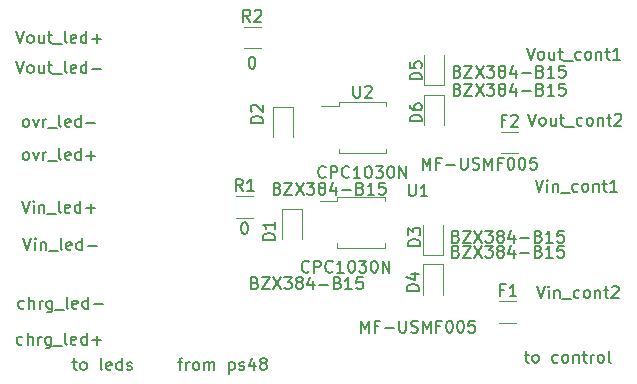
<source format=gto>
%TF.GenerationSoftware,KiCad,Pcbnew,(6.0.0)*%
%TF.CreationDate,2022-01-10T14:57:04+03:00*%
%TF.ProjectId,ModuleControl,4d6f6475-6c65-4436-9f6e-74726f6c2e6b,rev?*%
%TF.SameCoordinates,Original*%
%TF.FileFunction,Legend,Top*%
%TF.FilePolarity,Positive*%
%FSLAX46Y46*%
G04 Gerber Fmt 4.6, Leading zero omitted, Abs format (unit mm)*
G04 Created by KiCad (PCBNEW (6.0.0)) date 2022-01-10 14:57:04*
%MOMM*%
%LPD*%
G01*
G04 APERTURE LIST*
%ADD10C,0.150000*%
%ADD11C,0.120000*%
G04 APERTURE END LIST*
D10*
X165112333Y-89066714D02*
X165493285Y-89066714D01*
X165255190Y-88733380D02*
X165255190Y-89590523D01*
X165302809Y-89685761D01*
X165398047Y-89733380D01*
X165493285Y-89733380D01*
X165969476Y-89733380D02*
X165874238Y-89685761D01*
X165826619Y-89638142D01*
X165779000Y-89542904D01*
X165779000Y-89257190D01*
X165826619Y-89161952D01*
X165874238Y-89114333D01*
X165969476Y-89066714D01*
X166112333Y-89066714D01*
X166207571Y-89114333D01*
X166255190Y-89161952D01*
X166302809Y-89257190D01*
X166302809Y-89542904D01*
X166255190Y-89638142D01*
X166207571Y-89685761D01*
X166112333Y-89733380D01*
X165969476Y-89733380D01*
X167921857Y-89685761D02*
X167826619Y-89733380D01*
X167636142Y-89733380D01*
X167540904Y-89685761D01*
X167493285Y-89638142D01*
X167445666Y-89542904D01*
X167445666Y-89257190D01*
X167493285Y-89161952D01*
X167540904Y-89114333D01*
X167636142Y-89066714D01*
X167826619Y-89066714D01*
X167921857Y-89114333D01*
X168493285Y-89733380D02*
X168398047Y-89685761D01*
X168350428Y-89638142D01*
X168302809Y-89542904D01*
X168302809Y-89257190D01*
X168350428Y-89161952D01*
X168398047Y-89114333D01*
X168493285Y-89066714D01*
X168636142Y-89066714D01*
X168731380Y-89114333D01*
X168779000Y-89161952D01*
X168826619Y-89257190D01*
X168826619Y-89542904D01*
X168779000Y-89638142D01*
X168731380Y-89685761D01*
X168636142Y-89733380D01*
X168493285Y-89733380D01*
X169255190Y-89066714D02*
X169255190Y-89733380D01*
X169255190Y-89161952D02*
X169302809Y-89114333D01*
X169398047Y-89066714D01*
X169540904Y-89066714D01*
X169636142Y-89114333D01*
X169683761Y-89209571D01*
X169683761Y-89733380D01*
X170017095Y-89066714D02*
X170398047Y-89066714D01*
X170159952Y-88733380D02*
X170159952Y-89590523D01*
X170207571Y-89685761D01*
X170302809Y-89733380D01*
X170398047Y-89733380D01*
X170731380Y-89733380D02*
X170731380Y-89066714D01*
X170731380Y-89257190D02*
X170779000Y-89161952D01*
X170826619Y-89114333D01*
X170921857Y-89066714D01*
X171017095Y-89066714D01*
X171493285Y-89733380D02*
X171398047Y-89685761D01*
X171350428Y-89638142D01*
X171302809Y-89542904D01*
X171302809Y-89257190D01*
X171350428Y-89161952D01*
X171398047Y-89114333D01*
X171493285Y-89066714D01*
X171636142Y-89066714D01*
X171731380Y-89114333D01*
X171779000Y-89161952D01*
X171826619Y-89257190D01*
X171826619Y-89542904D01*
X171779000Y-89638142D01*
X171731380Y-89685761D01*
X171636142Y-89733380D01*
X171493285Y-89733380D01*
X172398047Y-89733380D02*
X172302809Y-89685761D01*
X172255190Y-89590523D01*
X172255190Y-88733380D01*
X135759476Y-89701714D02*
X136140428Y-89701714D01*
X135902333Y-90368380D02*
X135902333Y-89511238D01*
X135949952Y-89416000D01*
X136045190Y-89368380D01*
X136140428Y-89368380D01*
X136473761Y-90368380D02*
X136473761Y-89701714D01*
X136473761Y-89892190D02*
X136521380Y-89796952D01*
X136569000Y-89749333D01*
X136664238Y-89701714D01*
X136759476Y-89701714D01*
X137235666Y-90368380D02*
X137140428Y-90320761D01*
X137092809Y-90273142D01*
X137045190Y-90177904D01*
X137045190Y-89892190D01*
X137092809Y-89796952D01*
X137140428Y-89749333D01*
X137235666Y-89701714D01*
X137378523Y-89701714D01*
X137473761Y-89749333D01*
X137521380Y-89796952D01*
X137569000Y-89892190D01*
X137569000Y-90177904D01*
X137521380Y-90273142D01*
X137473761Y-90320761D01*
X137378523Y-90368380D01*
X137235666Y-90368380D01*
X137997571Y-90368380D02*
X137997571Y-89701714D01*
X137997571Y-89796952D02*
X138045190Y-89749333D01*
X138140428Y-89701714D01*
X138283285Y-89701714D01*
X138378523Y-89749333D01*
X138426142Y-89844571D01*
X138426142Y-90368380D01*
X138426142Y-89844571D02*
X138473761Y-89749333D01*
X138569000Y-89701714D01*
X138711857Y-89701714D01*
X138807095Y-89749333D01*
X138854714Y-89844571D01*
X138854714Y-90368380D01*
X140092809Y-89701714D02*
X140092809Y-90701714D01*
X140092809Y-89749333D02*
X140188047Y-89701714D01*
X140378523Y-89701714D01*
X140473761Y-89749333D01*
X140521380Y-89796952D01*
X140569000Y-89892190D01*
X140569000Y-90177904D01*
X140521380Y-90273142D01*
X140473761Y-90320761D01*
X140378523Y-90368380D01*
X140188047Y-90368380D01*
X140092809Y-90320761D01*
X140949952Y-90320761D02*
X141045190Y-90368380D01*
X141235666Y-90368380D01*
X141330904Y-90320761D01*
X141378523Y-90225523D01*
X141378523Y-90177904D01*
X141330904Y-90082666D01*
X141235666Y-90035047D01*
X141092809Y-90035047D01*
X140997571Y-89987428D01*
X140949952Y-89892190D01*
X140949952Y-89844571D01*
X140997571Y-89749333D01*
X141092809Y-89701714D01*
X141235666Y-89701714D01*
X141330904Y-89749333D01*
X142235666Y-89701714D02*
X142235666Y-90368380D01*
X141997571Y-89320761D02*
X141759476Y-90035047D01*
X142378523Y-90035047D01*
X142902333Y-89796952D02*
X142807095Y-89749333D01*
X142759476Y-89701714D01*
X142711857Y-89606476D01*
X142711857Y-89558857D01*
X142759476Y-89463619D01*
X142807095Y-89416000D01*
X142902333Y-89368380D01*
X143092809Y-89368380D01*
X143188047Y-89416000D01*
X143235666Y-89463619D01*
X143283285Y-89558857D01*
X143283285Y-89606476D01*
X143235666Y-89701714D01*
X143188047Y-89749333D01*
X143092809Y-89796952D01*
X142902333Y-89796952D01*
X142807095Y-89844571D01*
X142759476Y-89892190D01*
X142711857Y-89987428D01*
X142711857Y-90177904D01*
X142759476Y-90273142D01*
X142807095Y-90320761D01*
X142902333Y-90368380D01*
X143092809Y-90368380D01*
X143188047Y-90320761D01*
X143235666Y-90273142D01*
X143283285Y-90177904D01*
X143283285Y-89987428D01*
X143235666Y-89892190D01*
X143188047Y-89844571D01*
X143092809Y-89796952D01*
X126837571Y-89701714D02*
X127218523Y-89701714D01*
X126980428Y-89368380D02*
X126980428Y-90225523D01*
X127028047Y-90320761D01*
X127123285Y-90368380D01*
X127218523Y-90368380D01*
X127694714Y-90368380D02*
X127599476Y-90320761D01*
X127551857Y-90273142D01*
X127504238Y-90177904D01*
X127504238Y-89892190D01*
X127551857Y-89796952D01*
X127599476Y-89749333D01*
X127694714Y-89701714D01*
X127837571Y-89701714D01*
X127932809Y-89749333D01*
X127980428Y-89796952D01*
X128028047Y-89892190D01*
X128028047Y-90177904D01*
X127980428Y-90273142D01*
X127932809Y-90320761D01*
X127837571Y-90368380D01*
X127694714Y-90368380D01*
X129361380Y-90368380D02*
X129266142Y-90320761D01*
X129218523Y-90225523D01*
X129218523Y-89368380D01*
X130123285Y-90320761D02*
X130028047Y-90368380D01*
X129837571Y-90368380D01*
X129742333Y-90320761D01*
X129694714Y-90225523D01*
X129694714Y-89844571D01*
X129742333Y-89749333D01*
X129837571Y-89701714D01*
X130028047Y-89701714D01*
X130123285Y-89749333D01*
X130170904Y-89844571D01*
X130170904Y-89939809D01*
X129694714Y-90035047D01*
X131028047Y-90368380D02*
X131028047Y-89368380D01*
X131028047Y-90320761D02*
X130932809Y-90368380D01*
X130742333Y-90368380D01*
X130647095Y-90320761D01*
X130599476Y-90273142D01*
X130551857Y-90177904D01*
X130551857Y-89892190D01*
X130599476Y-89796952D01*
X130647095Y-89749333D01*
X130742333Y-89701714D01*
X130932809Y-89701714D01*
X131028047Y-89749333D01*
X131456619Y-90320761D02*
X131551857Y-90368380D01*
X131742333Y-90368380D01*
X131837571Y-90320761D01*
X131885190Y-90225523D01*
X131885190Y-90177904D01*
X131837571Y-90082666D01*
X131742333Y-90035047D01*
X131599476Y-90035047D01*
X131504238Y-89987428D01*
X131456619Y-89892190D01*
X131456619Y-89844571D01*
X131504238Y-89749333D01*
X131599476Y-89701714D01*
X131742333Y-89701714D01*
X131837571Y-89749333D01*
%TO.C,D2*%
X142946380Y-69445095D02*
X141946380Y-69445095D01*
X141946380Y-69207000D01*
X141994000Y-69064142D01*
X142089238Y-68968904D01*
X142184476Y-68921285D01*
X142374952Y-68873666D01*
X142517809Y-68873666D01*
X142708285Y-68921285D01*
X142803523Y-68968904D01*
X142898761Y-69064142D01*
X142946380Y-69207000D01*
X142946380Y-69445095D01*
X142041619Y-68492714D02*
X141994000Y-68445095D01*
X141946380Y-68349857D01*
X141946380Y-68111761D01*
X141994000Y-68016523D01*
X142041619Y-67968904D01*
X142136857Y-67921285D01*
X142232095Y-67921285D01*
X142374952Y-67968904D01*
X142946380Y-68540333D01*
X142946380Y-67921285D01*
X144209047Y-74985571D02*
X144351904Y-75033190D01*
X144399523Y-75080809D01*
X144447142Y-75176047D01*
X144447142Y-75318904D01*
X144399523Y-75414142D01*
X144351904Y-75461761D01*
X144256666Y-75509380D01*
X143875714Y-75509380D01*
X143875714Y-74509380D01*
X144209047Y-74509380D01*
X144304285Y-74557000D01*
X144351904Y-74604619D01*
X144399523Y-74699857D01*
X144399523Y-74795095D01*
X144351904Y-74890333D01*
X144304285Y-74937952D01*
X144209047Y-74985571D01*
X143875714Y-74985571D01*
X144780476Y-74509380D02*
X145447142Y-74509380D01*
X144780476Y-75509380D01*
X145447142Y-75509380D01*
X145732857Y-74509380D02*
X146399523Y-75509380D01*
X146399523Y-74509380D02*
X145732857Y-75509380D01*
X146685238Y-74509380D02*
X147304285Y-74509380D01*
X146970952Y-74890333D01*
X147113809Y-74890333D01*
X147209047Y-74937952D01*
X147256666Y-74985571D01*
X147304285Y-75080809D01*
X147304285Y-75318904D01*
X147256666Y-75414142D01*
X147209047Y-75461761D01*
X147113809Y-75509380D01*
X146828095Y-75509380D01*
X146732857Y-75461761D01*
X146685238Y-75414142D01*
X147875714Y-74937952D02*
X147780476Y-74890333D01*
X147732857Y-74842714D01*
X147685238Y-74747476D01*
X147685238Y-74699857D01*
X147732857Y-74604619D01*
X147780476Y-74557000D01*
X147875714Y-74509380D01*
X148066190Y-74509380D01*
X148161428Y-74557000D01*
X148209047Y-74604619D01*
X148256666Y-74699857D01*
X148256666Y-74747476D01*
X148209047Y-74842714D01*
X148161428Y-74890333D01*
X148066190Y-74937952D01*
X147875714Y-74937952D01*
X147780476Y-74985571D01*
X147732857Y-75033190D01*
X147685238Y-75128428D01*
X147685238Y-75318904D01*
X147732857Y-75414142D01*
X147780476Y-75461761D01*
X147875714Y-75509380D01*
X148066190Y-75509380D01*
X148161428Y-75461761D01*
X148209047Y-75414142D01*
X148256666Y-75318904D01*
X148256666Y-75128428D01*
X148209047Y-75033190D01*
X148161428Y-74985571D01*
X148066190Y-74937952D01*
X149113809Y-74842714D02*
X149113809Y-75509380D01*
X148875714Y-74461761D02*
X148637619Y-75176047D01*
X149256666Y-75176047D01*
X149637619Y-75128428D02*
X150399523Y-75128428D01*
X151209047Y-74985571D02*
X151351904Y-75033190D01*
X151399523Y-75080809D01*
X151447142Y-75176047D01*
X151447142Y-75318904D01*
X151399523Y-75414142D01*
X151351904Y-75461761D01*
X151256666Y-75509380D01*
X150875714Y-75509380D01*
X150875714Y-74509380D01*
X151209047Y-74509380D01*
X151304285Y-74557000D01*
X151351904Y-74604619D01*
X151399523Y-74699857D01*
X151399523Y-74795095D01*
X151351904Y-74890333D01*
X151304285Y-74937952D01*
X151209047Y-74985571D01*
X150875714Y-74985571D01*
X152399523Y-75509380D02*
X151828095Y-75509380D01*
X152113809Y-75509380D02*
X152113809Y-74509380D01*
X152018571Y-74652238D01*
X151923333Y-74747476D01*
X151828095Y-74795095D01*
X153304285Y-74509380D02*
X152828095Y-74509380D01*
X152780476Y-74985571D01*
X152828095Y-74937952D01*
X152923333Y-74890333D01*
X153161428Y-74890333D01*
X153256666Y-74937952D01*
X153304285Y-74985571D01*
X153351904Y-75080809D01*
X153351904Y-75318904D01*
X153304285Y-75414142D01*
X153256666Y-75461761D01*
X153161428Y-75509380D01*
X152923333Y-75509380D01*
X152828095Y-75461761D01*
X152780476Y-75414142D01*
%TO.C,D1*%
X143962380Y-79351095D02*
X142962380Y-79351095D01*
X142962380Y-79113000D01*
X143010000Y-78970142D01*
X143105238Y-78874904D01*
X143200476Y-78827285D01*
X143390952Y-78779666D01*
X143533809Y-78779666D01*
X143724285Y-78827285D01*
X143819523Y-78874904D01*
X143914761Y-78970142D01*
X143962380Y-79113000D01*
X143962380Y-79351095D01*
X143962380Y-77827285D02*
X143962380Y-78398714D01*
X143962380Y-78113000D02*
X142962380Y-78113000D01*
X143105238Y-78208238D01*
X143200476Y-78303476D01*
X143248095Y-78398714D01*
X142300047Y-82986571D02*
X142442904Y-83034190D01*
X142490523Y-83081809D01*
X142538142Y-83177047D01*
X142538142Y-83319904D01*
X142490523Y-83415142D01*
X142442904Y-83462761D01*
X142347666Y-83510380D01*
X141966714Y-83510380D01*
X141966714Y-82510380D01*
X142300047Y-82510380D01*
X142395285Y-82558000D01*
X142442904Y-82605619D01*
X142490523Y-82700857D01*
X142490523Y-82796095D01*
X142442904Y-82891333D01*
X142395285Y-82938952D01*
X142300047Y-82986571D01*
X141966714Y-82986571D01*
X142871476Y-82510380D02*
X143538142Y-82510380D01*
X142871476Y-83510380D01*
X143538142Y-83510380D01*
X143823857Y-82510380D02*
X144490523Y-83510380D01*
X144490523Y-82510380D02*
X143823857Y-83510380D01*
X144776238Y-82510380D02*
X145395285Y-82510380D01*
X145061952Y-82891333D01*
X145204809Y-82891333D01*
X145300047Y-82938952D01*
X145347666Y-82986571D01*
X145395285Y-83081809D01*
X145395285Y-83319904D01*
X145347666Y-83415142D01*
X145300047Y-83462761D01*
X145204809Y-83510380D01*
X144919095Y-83510380D01*
X144823857Y-83462761D01*
X144776238Y-83415142D01*
X145966714Y-82938952D02*
X145871476Y-82891333D01*
X145823857Y-82843714D01*
X145776238Y-82748476D01*
X145776238Y-82700857D01*
X145823857Y-82605619D01*
X145871476Y-82558000D01*
X145966714Y-82510380D01*
X146157190Y-82510380D01*
X146252428Y-82558000D01*
X146300047Y-82605619D01*
X146347666Y-82700857D01*
X146347666Y-82748476D01*
X146300047Y-82843714D01*
X146252428Y-82891333D01*
X146157190Y-82938952D01*
X145966714Y-82938952D01*
X145871476Y-82986571D01*
X145823857Y-83034190D01*
X145776238Y-83129428D01*
X145776238Y-83319904D01*
X145823857Y-83415142D01*
X145871476Y-83462761D01*
X145966714Y-83510380D01*
X146157190Y-83510380D01*
X146252428Y-83462761D01*
X146300047Y-83415142D01*
X146347666Y-83319904D01*
X146347666Y-83129428D01*
X146300047Y-83034190D01*
X146252428Y-82986571D01*
X146157190Y-82938952D01*
X147204809Y-82843714D02*
X147204809Y-83510380D01*
X146966714Y-82462761D02*
X146728619Y-83177047D01*
X147347666Y-83177047D01*
X147728619Y-83129428D02*
X148490523Y-83129428D01*
X149300047Y-82986571D02*
X149442904Y-83034190D01*
X149490523Y-83081809D01*
X149538142Y-83177047D01*
X149538142Y-83319904D01*
X149490523Y-83415142D01*
X149442904Y-83462761D01*
X149347666Y-83510380D01*
X148966714Y-83510380D01*
X148966714Y-82510380D01*
X149300047Y-82510380D01*
X149395285Y-82558000D01*
X149442904Y-82605619D01*
X149490523Y-82700857D01*
X149490523Y-82796095D01*
X149442904Y-82891333D01*
X149395285Y-82938952D01*
X149300047Y-82986571D01*
X148966714Y-82986571D01*
X150490523Y-83510380D02*
X149919095Y-83510380D01*
X150204809Y-83510380D02*
X150204809Y-82510380D01*
X150109571Y-82653238D01*
X150014333Y-82748476D01*
X149919095Y-82796095D01*
X151395285Y-82510380D02*
X150919095Y-82510380D01*
X150871476Y-82986571D01*
X150919095Y-82938952D01*
X151014333Y-82891333D01*
X151252428Y-82891333D01*
X151347666Y-82938952D01*
X151395285Y-82986571D01*
X151442904Y-83081809D01*
X151442904Y-83319904D01*
X151395285Y-83415142D01*
X151347666Y-83462761D01*
X151252428Y-83510380D01*
X151014333Y-83510380D01*
X150919095Y-83462761D01*
X150871476Y-83415142D01*
%TO.C,H20*%
X166172000Y-83272380D02*
X166505333Y-84272380D01*
X166838666Y-83272380D01*
X167172000Y-84272380D02*
X167172000Y-83605714D01*
X167172000Y-83272380D02*
X167124380Y-83320000D01*
X167172000Y-83367619D01*
X167219619Y-83320000D01*
X167172000Y-83272380D01*
X167172000Y-83367619D01*
X167648190Y-83605714D02*
X167648190Y-84272380D01*
X167648190Y-83700952D02*
X167695809Y-83653333D01*
X167791047Y-83605714D01*
X167933904Y-83605714D01*
X168029142Y-83653333D01*
X168076761Y-83748571D01*
X168076761Y-84272380D01*
X168314857Y-84367619D02*
X169076761Y-84367619D01*
X169743428Y-84224761D02*
X169648190Y-84272380D01*
X169457714Y-84272380D01*
X169362476Y-84224761D01*
X169314857Y-84177142D01*
X169267238Y-84081904D01*
X169267238Y-83796190D01*
X169314857Y-83700952D01*
X169362476Y-83653333D01*
X169457714Y-83605714D01*
X169648190Y-83605714D01*
X169743428Y-83653333D01*
X170314857Y-84272380D02*
X170219619Y-84224761D01*
X170172000Y-84177142D01*
X170124380Y-84081904D01*
X170124380Y-83796190D01*
X170172000Y-83700952D01*
X170219619Y-83653333D01*
X170314857Y-83605714D01*
X170457714Y-83605714D01*
X170552952Y-83653333D01*
X170600571Y-83700952D01*
X170648190Y-83796190D01*
X170648190Y-84081904D01*
X170600571Y-84177142D01*
X170552952Y-84224761D01*
X170457714Y-84272380D01*
X170314857Y-84272380D01*
X171076761Y-83605714D02*
X171076761Y-84272380D01*
X171076761Y-83700952D02*
X171124380Y-83653333D01*
X171219619Y-83605714D01*
X171362476Y-83605714D01*
X171457714Y-83653333D01*
X171505333Y-83748571D01*
X171505333Y-84272380D01*
X171838666Y-83605714D02*
X172219619Y-83605714D01*
X171981523Y-83272380D02*
X171981523Y-84129523D01*
X172029142Y-84224761D01*
X172124380Y-84272380D01*
X172219619Y-84272380D01*
X172505333Y-83367619D02*
X172552952Y-83320000D01*
X172648190Y-83272380D01*
X172886285Y-83272380D01*
X172981523Y-83320000D01*
X173029142Y-83367619D01*
X173076761Y-83462857D01*
X173076761Y-83558095D01*
X173029142Y-83700952D01*
X172457714Y-84272380D01*
X173076761Y-84272380D01*
%TO.C,H19*%
X166045000Y-74255380D02*
X166378333Y-75255380D01*
X166711666Y-74255380D01*
X167045000Y-75255380D02*
X167045000Y-74588714D01*
X167045000Y-74255380D02*
X166997380Y-74303000D01*
X167045000Y-74350619D01*
X167092619Y-74303000D01*
X167045000Y-74255380D01*
X167045000Y-74350619D01*
X167521190Y-74588714D02*
X167521190Y-75255380D01*
X167521190Y-74683952D02*
X167568809Y-74636333D01*
X167664047Y-74588714D01*
X167806904Y-74588714D01*
X167902142Y-74636333D01*
X167949761Y-74731571D01*
X167949761Y-75255380D01*
X168187857Y-75350619D02*
X168949761Y-75350619D01*
X169616428Y-75207761D02*
X169521190Y-75255380D01*
X169330714Y-75255380D01*
X169235476Y-75207761D01*
X169187857Y-75160142D01*
X169140238Y-75064904D01*
X169140238Y-74779190D01*
X169187857Y-74683952D01*
X169235476Y-74636333D01*
X169330714Y-74588714D01*
X169521190Y-74588714D01*
X169616428Y-74636333D01*
X170187857Y-75255380D02*
X170092619Y-75207761D01*
X170045000Y-75160142D01*
X169997380Y-75064904D01*
X169997380Y-74779190D01*
X170045000Y-74683952D01*
X170092619Y-74636333D01*
X170187857Y-74588714D01*
X170330714Y-74588714D01*
X170425952Y-74636333D01*
X170473571Y-74683952D01*
X170521190Y-74779190D01*
X170521190Y-75064904D01*
X170473571Y-75160142D01*
X170425952Y-75207761D01*
X170330714Y-75255380D01*
X170187857Y-75255380D01*
X170949761Y-74588714D02*
X170949761Y-75255380D01*
X170949761Y-74683952D02*
X170997380Y-74636333D01*
X171092619Y-74588714D01*
X171235476Y-74588714D01*
X171330714Y-74636333D01*
X171378333Y-74731571D01*
X171378333Y-75255380D01*
X171711666Y-74588714D02*
X172092619Y-74588714D01*
X171854523Y-74255380D02*
X171854523Y-75112523D01*
X171902142Y-75207761D01*
X171997380Y-75255380D01*
X172092619Y-75255380D01*
X172949761Y-75255380D02*
X172378333Y-75255380D01*
X172664047Y-75255380D02*
X172664047Y-74255380D01*
X172568809Y-74398238D01*
X172473571Y-74493476D01*
X172378333Y-74541095D01*
%TO.C,H18*%
X165418000Y-68667380D02*
X165751333Y-69667380D01*
X166084666Y-68667380D01*
X166560857Y-69667380D02*
X166465619Y-69619761D01*
X166418000Y-69572142D01*
X166370380Y-69476904D01*
X166370380Y-69191190D01*
X166418000Y-69095952D01*
X166465619Y-69048333D01*
X166560857Y-69000714D01*
X166703714Y-69000714D01*
X166798952Y-69048333D01*
X166846571Y-69095952D01*
X166894190Y-69191190D01*
X166894190Y-69476904D01*
X166846571Y-69572142D01*
X166798952Y-69619761D01*
X166703714Y-69667380D01*
X166560857Y-69667380D01*
X167751333Y-69000714D02*
X167751333Y-69667380D01*
X167322761Y-69000714D02*
X167322761Y-69524523D01*
X167370380Y-69619761D01*
X167465619Y-69667380D01*
X167608476Y-69667380D01*
X167703714Y-69619761D01*
X167751333Y-69572142D01*
X168084666Y-69000714D02*
X168465619Y-69000714D01*
X168227523Y-68667380D02*
X168227523Y-69524523D01*
X168275142Y-69619761D01*
X168370380Y-69667380D01*
X168465619Y-69667380D01*
X168560857Y-69762619D02*
X169322761Y-69762619D01*
X169989428Y-69619761D02*
X169894190Y-69667380D01*
X169703714Y-69667380D01*
X169608476Y-69619761D01*
X169560857Y-69572142D01*
X169513238Y-69476904D01*
X169513238Y-69191190D01*
X169560857Y-69095952D01*
X169608476Y-69048333D01*
X169703714Y-69000714D01*
X169894190Y-69000714D01*
X169989428Y-69048333D01*
X170560857Y-69667380D02*
X170465619Y-69619761D01*
X170418000Y-69572142D01*
X170370380Y-69476904D01*
X170370380Y-69191190D01*
X170418000Y-69095952D01*
X170465619Y-69048333D01*
X170560857Y-69000714D01*
X170703714Y-69000714D01*
X170798952Y-69048333D01*
X170846571Y-69095952D01*
X170894190Y-69191190D01*
X170894190Y-69476904D01*
X170846571Y-69572142D01*
X170798952Y-69619761D01*
X170703714Y-69667380D01*
X170560857Y-69667380D01*
X171322761Y-69000714D02*
X171322761Y-69667380D01*
X171322761Y-69095952D02*
X171370380Y-69048333D01*
X171465619Y-69000714D01*
X171608476Y-69000714D01*
X171703714Y-69048333D01*
X171751333Y-69143571D01*
X171751333Y-69667380D01*
X172084666Y-69000714D02*
X172465619Y-69000714D01*
X172227523Y-68667380D02*
X172227523Y-69524523D01*
X172275142Y-69619761D01*
X172370380Y-69667380D01*
X172465619Y-69667380D01*
X172751333Y-68762619D02*
X172798952Y-68715000D01*
X172894190Y-68667380D01*
X173132285Y-68667380D01*
X173227523Y-68715000D01*
X173275142Y-68762619D01*
X173322761Y-68857857D01*
X173322761Y-68953095D01*
X173275142Y-69095952D01*
X172703714Y-69667380D01*
X173322761Y-69667380D01*
%TO.C,H17*%
X165291000Y-63079380D02*
X165624333Y-64079380D01*
X165957666Y-63079380D01*
X166433857Y-64079380D02*
X166338619Y-64031761D01*
X166291000Y-63984142D01*
X166243380Y-63888904D01*
X166243380Y-63603190D01*
X166291000Y-63507952D01*
X166338619Y-63460333D01*
X166433857Y-63412714D01*
X166576714Y-63412714D01*
X166671952Y-63460333D01*
X166719571Y-63507952D01*
X166767190Y-63603190D01*
X166767190Y-63888904D01*
X166719571Y-63984142D01*
X166671952Y-64031761D01*
X166576714Y-64079380D01*
X166433857Y-64079380D01*
X167624333Y-63412714D02*
X167624333Y-64079380D01*
X167195761Y-63412714D02*
X167195761Y-63936523D01*
X167243380Y-64031761D01*
X167338619Y-64079380D01*
X167481476Y-64079380D01*
X167576714Y-64031761D01*
X167624333Y-63984142D01*
X167957666Y-63412714D02*
X168338619Y-63412714D01*
X168100523Y-63079380D02*
X168100523Y-63936523D01*
X168148142Y-64031761D01*
X168243380Y-64079380D01*
X168338619Y-64079380D01*
X168433857Y-64174619D02*
X169195761Y-64174619D01*
X169862428Y-64031761D02*
X169767190Y-64079380D01*
X169576714Y-64079380D01*
X169481476Y-64031761D01*
X169433857Y-63984142D01*
X169386238Y-63888904D01*
X169386238Y-63603190D01*
X169433857Y-63507952D01*
X169481476Y-63460333D01*
X169576714Y-63412714D01*
X169767190Y-63412714D01*
X169862428Y-63460333D01*
X170433857Y-64079380D02*
X170338619Y-64031761D01*
X170291000Y-63984142D01*
X170243380Y-63888904D01*
X170243380Y-63603190D01*
X170291000Y-63507952D01*
X170338619Y-63460333D01*
X170433857Y-63412714D01*
X170576714Y-63412714D01*
X170671952Y-63460333D01*
X170719571Y-63507952D01*
X170767190Y-63603190D01*
X170767190Y-63888904D01*
X170719571Y-63984142D01*
X170671952Y-64031761D01*
X170576714Y-64079380D01*
X170433857Y-64079380D01*
X171195761Y-63412714D02*
X171195761Y-64079380D01*
X171195761Y-63507952D02*
X171243380Y-63460333D01*
X171338619Y-63412714D01*
X171481476Y-63412714D01*
X171576714Y-63460333D01*
X171624333Y-63555571D01*
X171624333Y-64079380D01*
X171957666Y-63412714D02*
X172338619Y-63412714D01*
X172100523Y-63079380D02*
X172100523Y-63936523D01*
X172148142Y-64031761D01*
X172243380Y-64079380D01*
X172338619Y-64079380D01*
X173195761Y-64079380D02*
X172624333Y-64079380D01*
X172910047Y-64079380D02*
X172910047Y-63079380D01*
X172814809Y-63222238D01*
X172719571Y-63317476D01*
X172624333Y-63365095D01*
%TO.C,H8*%
X122606952Y-88161761D02*
X122511714Y-88209380D01*
X122321238Y-88209380D01*
X122226000Y-88161761D01*
X122178380Y-88114142D01*
X122130761Y-88018904D01*
X122130761Y-87733190D01*
X122178380Y-87637952D01*
X122226000Y-87590333D01*
X122321238Y-87542714D01*
X122511714Y-87542714D01*
X122606952Y-87590333D01*
X123035523Y-88209380D02*
X123035523Y-87209380D01*
X123464095Y-88209380D02*
X123464095Y-87685571D01*
X123416476Y-87590333D01*
X123321238Y-87542714D01*
X123178380Y-87542714D01*
X123083142Y-87590333D01*
X123035523Y-87637952D01*
X123940285Y-88209380D02*
X123940285Y-87542714D01*
X123940285Y-87733190D02*
X123987904Y-87637952D01*
X124035523Y-87590333D01*
X124130761Y-87542714D01*
X124226000Y-87542714D01*
X124987904Y-87542714D02*
X124987904Y-88352238D01*
X124940285Y-88447476D01*
X124892666Y-88495095D01*
X124797428Y-88542714D01*
X124654571Y-88542714D01*
X124559333Y-88495095D01*
X124987904Y-88161761D02*
X124892666Y-88209380D01*
X124702190Y-88209380D01*
X124606952Y-88161761D01*
X124559333Y-88114142D01*
X124511714Y-88018904D01*
X124511714Y-87733190D01*
X124559333Y-87637952D01*
X124606952Y-87590333D01*
X124702190Y-87542714D01*
X124892666Y-87542714D01*
X124987904Y-87590333D01*
X125226000Y-88304619D02*
X125987904Y-88304619D01*
X126368857Y-88209380D02*
X126273619Y-88161761D01*
X126226000Y-88066523D01*
X126226000Y-87209380D01*
X127130761Y-88161761D02*
X127035523Y-88209380D01*
X126845047Y-88209380D01*
X126749809Y-88161761D01*
X126702190Y-88066523D01*
X126702190Y-87685571D01*
X126749809Y-87590333D01*
X126845047Y-87542714D01*
X127035523Y-87542714D01*
X127130761Y-87590333D01*
X127178380Y-87685571D01*
X127178380Y-87780809D01*
X126702190Y-87876047D01*
X128035523Y-88209380D02*
X128035523Y-87209380D01*
X128035523Y-88161761D02*
X127940285Y-88209380D01*
X127749809Y-88209380D01*
X127654571Y-88161761D01*
X127606952Y-88114142D01*
X127559333Y-88018904D01*
X127559333Y-87733190D01*
X127606952Y-87637952D01*
X127654571Y-87590333D01*
X127749809Y-87542714D01*
X127940285Y-87542714D01*
X128035523Y-87590333D01*
X128511714Y-87828428D02*
X129273619Y-87828428D01*
X128892666Y-88209380D02*
X128892666Y-87447476D01*
%TO.C,H7*%
X122733952Y-85113761D02*
X122638714Y-85161380D01*
X122448238Y-85161380D01*
X122353000Y-85113761D01*
X122305380Y-85066142D01*
X122257761Y-84970904D01*
X122257761Y-84685190D01*
X122305380Y-84589952D01*
X122353000Y-84542333D01*
X122448238Y-84494714D01*
X122638714Y-84494714D01*
X122733952Y-84542333D01*
X123162523Y-85161380D02*
X123162523Y-84161380D01*
X123591095Y-85161380D02*
X123591095Y-84637571D01*
X123543476Y-84542333D01*
X123448238Y-84494714D01*
X123305380Y-84494714D01*
X123210142Y-84542333D01*
X123162523Y-84589952D01*
X124067285Y-85161380D02*
X124067285Y-84494714D01*
X124067285Y-84685190D02*
X124114904Y-84589952D01*
X124162523Y-84542333D01*
X124257761Y-84494714D01*
X124353000Y-84494714D01*
X125114904Y-84494714D02*
X125114904Y-85304238D01*
X125067285Y-85399476D01*
X125019666Y-85447095D01*
X124924428Y-85494714D01*
X124781571Y-85494714D01*
X124686333Y-85447095D01*
X125114904Y-85113761D02*
X125019666Y-85161380D01*
X124829190Y-85161380D01*
X124733952Y-85113761D01*
X124686333Y-85066142D01*
X124638714Y-84970904D01*
X124638714Y-84685190D01*
X124686333Y-84589952D01*
X124733952Y-84542333D01*
X124829190Y-84494714D01*
X125019666Y-84494714D01*
X125114904Y-84542333D01*
X125353000Y-85256619D02*
X126114904Y-85256619D01*
X126495857Y-85161380D02*
X126400619Y-85113761D01*
X126353000Y-85018523D01*
X126353000Y-84161380D01*
X127257761Y-85113761D02*
X127162523Y-85161380D01*
X126972047Y-85161380D01*
X126876809Y-85113761D01*
X126829190Y-85018523D01*
X126829190Y-84637571D01*
X126876809Y-84542333D01*
X126972047Y-84494714D01*
X127162523Y-84494714D01*
X127257761Y-84542333D01*
X127305380Y-84637571D01*
X127305380Y-84732809D01*
X126829190Y-84828047D01*
X128162523Y-85161380D02*
X128162523Y-84161380D01*
X128162523Y-85113761D02*
X128067285Y-85161380D01*
X127876809Y-85161380D01*
X127781571Y-85113761D01*
X127733952Y-85066142D01*
X127686333Y-84970904D01*
X127686333Y-84685190D01*
X127733952Y-84589952D01*
X127781571Y-84542333D01*
X127876809Y-84494714D01*
X128067285Y-84494714D01*
X128162523Y-84542333D01*
X128638714Y-84780428D02*
X129400619Y-84780428D01*
%TO.C,H6*%
X122686333Y-79208380D02*
X123019666Y-80208380D01*
X123353000Y-79208380D01*
X123686333Y-80208380D02*
X123686333Y-79541714D01*
X123686333Y-79208380D02*
X123638714Y-79256000D01*
X123686333Y-79303619D01*
X123733952Y-79256000D01*
X123686333Y-79208380D01*
X123686333Y-79303619D01*
X124162523Y-79541714D02*
X124162523Y-80208380D01*
X124162523Y-79636952D02*
X124210142Y-79589333D01*
X124305380Y-79541714D01*
X124448238Y-79541714D01*
X124543476Y-79589333D01*
X124591095Y-79684571D01*
X124591095Y-80208380D01*
X124829190Y-80303619D02*
X125591095Y-80303619D01*
X125972047Y-80208380D02*
X125876809Y-80160761D01*
X125829190Y-80065523D01*
X125829190Y-79208380D01*
X126733952Y-80160761D02*
X126638714Y-80208380D01*
X126448238Y-80208380D01*
X126353000Y-80160761D01*
X126305380Y-80065523D01*
X126305380Y-79684571D01*
X126353000Y-79589333D01*
X126448238Y-79541714D01*
X126638714Y-79541714D01*
X126733952Y-79589333D01*
X126781571Y-79684571D01*
X126781571Y-79779809D01*
X126305380Y-79875047D01*
X127638714Y-80208380D02*
X127638714Y-79208380D01*
X127638714Y-80160761D02*
X127543476Y-80208380D01*
X127353000Y-80208380D01*
X127257761Y-80160761D01*
X127210142Y-80113142D01*
X127162523Y-80017904D01*
X127162523Y-79732190D01*
X127210142Y-79636952D01*
X127257761Y-79589333D01*
X127353000Y-79541714D01*
X127543476Y-79541714D01*
X127638714Y-79589333D01*
X128114904Y-79827428D02*
X128876809Y-79827428D01*
%TO.C,H5*%
X122559333Y-76033380D02*
X122892666Y-77033380D01*
X123226000Y-76033380D01*
X123559333Y-77033380D02*
X123559333Y-76366714D01*
X123559333Y-76033380D02*
X123511714Y-76081000D01*
X123559333Y-76128619D01*
X123606952Y-76081000D01*
X123559333Y-76033380D01*
X123559333Y-76128619D01*
X124035523Y-76366714D02*
X124035523Y-77033380D01*
X124035523Y-76461952D02*
X124083142Y-76414333D01*
X124178380Y-76366714D01*
X124321238Y-76366714D01*
X124416476Y-76414333D01*
X124464095Y-76509571D01*
X124464095Y-77033380D01*
X124702190Y-77128619D02*
X125464095Y-77128619D01*
X125845047Y-77033380D02*
X125749809Y-76985761D01*
X125702190Y-76890523D01*
X125702190Y-76033380D01*
X126606952Y-76985761D02*
X126511714Y-77033380D01*
X126321238Y-77033380D01*
X126226000Y-76985761D01*
X126178380Y-76890523D01*
X126178380Y-76509571D01*
X126226000Y-76414333D01*
X126321238Y-76366714D01*
X126511714Y-76366714D01*
X126606952Y-76414333D01*
X126654571Y-76509571D01*
X126654571Y-76604809D01*
X126178380Y-76700047D01*
X127511714Y-77033380D02*
X127511714Y-76033380D01*
X127511714Y-76985761D02*
X127416476Y-77033380D01*
X127226000Y-77033380D01*
X127130761Y-76985761D01*
X127083142Y-76938142D01*
X127035523Y-76842904D01*
X127035523Y-76557190D01*
X127083142Y-76461952D01*
X127130761Y-76414333D01*
X127226000Y-76366714D01*
X127416476Y-76366714D01*
X127511714Y-76414333D01*
X127987904Y-76652428D02*
X128749809Y-76652428D01*
X128368857Y-77033380D02*
X128368857Y-76271476D01*
%TO.C,H4*%
X122825238Y-72588380D02*
X122730000Y-72540761D01*
X122682380Y-72493142D01*
X122634761Y-72397904D01*
X122634761Y-72112190D01*
X122682380Y-72016952D01*
X122730000Y-71969333D01*
X122825238Y-71921714D01*
X122968095Y-71921714D01*
X123063333Y-71969333D01*
X123110952Y-72016952D01*
X123158571Y-72112190D01*
X123158571Y-72397904D01*
X123110952Y-72493142D01*
X123063333Y-72540761D01*
X122968095Y-72588380D01*
X122825238Y-72588380D01*
X123491904Y-71921714D02*
X123730000Y-72588380D01*
X123968095Y-71921714D01*
X124349047Y-72588380D02*
X124349047Y-71921714D01*
X124349047Y-72112190D02*
X124396666Y-72016952D01*
X124444285Y-71969333D01*
X124539523Y-71921714D01*
X124634761Y-71921714D01*
X124730000Y-72683619D02*
X125491904Y-72683619D01*
X125872857Y-72588380D02*
X125777619Y-72540761D01*
X125730000Y-72445523D01*
X125730000Y-71588380D01*
X126634761Y-72540761D02*
X126539523Y-72588380D01*
X126349047Y-72588380D01*
X126253809Y-72540761D01*
X126206190Y-72445523D01*
X126206190Y-72064571D01*
X126253809Y-71969333D01*
X126349047Y-71921714D01*
X126539523Y-71921714D01*
X126634761Y-71969333D01*
X126682380Y-72064571D01*
X126682380Y-72159809D01*
X126206190Y-72255047D01*
X127539523Y-72588380D02*
X127539523Y-71588380D01*
X127539523Y-72540761D02*
X127444285Y-72588380D01*
X127253809Y-72588380D01*
X127158571Y-72540761D01*
X127110952Y-72493142D01*
X127063333Y-72397904D01*
X127063333Y-72112190D01*
X127110952Y-72016952D01*
X127158571Y-71969333D01*
X127253809Y-71921714D01*
X127444285Y-71921714D01*
X127539523Y-71969333D01*
X128015714Y-72207428D02*
X128777619Y-72207428D01*
X128396666Y-72588380D02*
X128396666Y-71826476D01*
%TO.C,H3*%
X122825238Y-69794380D02*
X122730000Y-69746761D01*
X122682380Y-69699142D01*
X122634761Y-69603904D01*
X122634761Y-69318190D01*
X122682380Y-69222952D01*
X122730000Y-69175333D01*
X122825238Y-69127714D01*
X122968095Y-69127714D01*
X123063333Y-69175333D01*
X123110952Y-69222952D01*
X123158571Y-69318190D01*
X123158571Y-69603904D01*
X123110952Y-69699142D01*
X123063333Y-69746761D01*
X122968095Y-69794380D01*
X122825238Y-69794380D01*
X123491904Y-69127714D02*
X123730000Y-69794380D01*
X123968095Y-69127714D01*
X124349047Y-69794380D02*
X124349047Y-69127714D01*
X124349047Y-69318190D02*
X124396666Y-69222952D01*
X124444285Y-69175333D01*
X124539523Y-69127714D01*
X124634761Y-69127714D01*
X124730000Y-69889619D02*
X125491904Y-69889619D01*
X125872857Y-69794380D02*
X125777619Y-69746761D01*
X125730000Y-69651523D01*
X125730000Y-68794380D01*
X126634761Y-69746761D02*
X126539523Y-69794380D01*
X126349047Y-69794380D01*
X126253809Y-69746761D01*
X126206190Y-69651523D01*
X126206190Y-69270571D01*
X126253809Y-69175333D01*
X126349047Y-69127714D01*
X126539523Y-69127714D01*
X126634761Y-69175333D01*
X126682380Y-69270571D01*
X126682380Y-69365809D01*
X126206190Y-69461047D01*
X127539523Y-69794380D02*
X127539523Y-68794380D01*
X127539523Y-69746761D02*
X127444285Y-69794380D01*
X127253809Y-69794380D01*
X127158571Y-69746761D01*
X127110952Y-69699142D01*
X127063333Y-69603904D01*
X127063333Y-69318190D01*
X127110952Y-69222952D01*
X127158571Y-69175333D01*
X127253809Y-69127714D01*
X127444285Y-69127714D01*
X127539523Y-69175333D01*
X128015714Y-69413428D02*
X128777619Y-69413428D01*
%TO.C,H2*%
X122063333Y-64222380D02*
X122396666Y-65222380D01*
X122730000Y-64222380D01*
X123206190Y-65222380D02*
X123110952Y-65174761D01*
X123063333Y-65127142D01*
X123015714Y-65031904D01*
X123015714Y-64746190D01*
X123063333Y-64650952D01*
X123110952Y-64603333D01*
X123206190Y-64555714D01*
X123349047Y-64555714D01*
X123444285Y-64603333D01*
X123491904Y-64650952D01*
X123539523Y-64746190D01*
X123539523Y-65031904D01*
X123491904Y-65127142D01*
X123444285Y-65174761D01*
X123349047Y-65222380D01*
X123206190Y-65222380D01*
X124396666Y-64555714D02*
X124396666Y-65222380D01*
X123968095Y-64555714D02*
X123968095Y-65079523D01*
X124015714Y-65174761D01*
X124110952Y-65222380D01*
X124253809Y-65222380D01*
X124349047Y-65174761D01*
X124396666Y-65127142D01*
X124730000Y-64555714D02*
X125110952Y-64555714D01*
X124872857Y-64222380D02*
X124872857Y-65079523D01*
X124920476Y-65174761D01*
X125015714Y-65222380D01*
X125110952Y-65222380D01*
X125206190Y-65317619D02*
X125968095Y-65317619D01*
X126349047Y-65222380D02*
X126253809Y-65174761D01*
X126206190Y-65079523D01*
X126206190Y-64222380D01*
X127110952Y-65174761D02*
X127015714Y-65222380D01*
X126825238Y-65222380D01*
X126730000Y-65174761D01*
X126682380Y-65079523D01*
X126682380Y-64698571D01*
X126730000Y-64603333D01*
X126825238Y-64555714D01*
X127015714Y-64555714D01*
X127110952Y-64603333D01*
X127158571Y-64698571D01*
X127158571Y-64793809D01*
X126682380Y-64889047D01*
X128015714Y-65222380D02*
X128015714Y-64222380D01*
X128015714Y-65174761D02*
X127920476Y-65222380D01*
X127730000Y-65222380D01*
X127634761Y-65174761D01*
X127587142Y-65127142D01*
X127539523Y-65031904D01*
X127539523Y-64746190D01*
X127587142Y-64650952D01*
X127634761Y-64603333D01*
X127730000Y-64555714D01*
X127920476Y-64555714D01*
X128015714Y-64603333D01*
X128491904Y-64841428D02*
X129253809Y-64841428D01*
%TO.C,H1*%
X122063333Y-61682380D02*
X122396666Y-62682380D01*
X122730000Y-61682380D01*
X123206190Y-62682380D02*
X123110952Y-62634761D01*
X123063333Y-62587142D01*
X123015714Y-62491904D01*
X123015714Y-62206190D01*
X123063333Y-62110952D01*
X123110952Y-62063333D01*
X123206190Y-62015714D01*
X123349047Y-62015714D01*
X123444285Y-62063333D01*
X123491904Y-62110952D01*
X123539523Y-62206190D01*
X123539523Y-62491904D01*
X123491904Y-62587142D01*
X123444285Y-62634761D01*
X123349047Y-62682380D01*
X123206190Y-62682380D01*
X124396666Y-62015714D02*
X124396666Y-62682380D01*
X123968095Y-62015714D02*
X123968095Y-62539523D01*
X124015714Y-62634761D01*
X124110952Y-62682380D01*
X124253809Y-62682380D01*
X124349047Y-62634761D01*
X124396666Y-62587142D01*
X124730000Y-62015714D02*
X125110952Y-62015714D01*
X124872857Y-61682380D02*
X124872857Y-62539523D01*
X124920476Y-62634761D01*
X125015714Y-62682380D01*
X125110952Y-62682380D01*
X125206190Y-62777619D02*
X125968095Y-62777619D01*
X126349047Y-62682380D02*
X126253809Y-62634761D01*
X126206190Y-62539523D01*
X126206190Y-61682380D01*
X127110952Y-62634761D02*
X127015714Y-62682380D01*
X126825238Y-62682380D01*
X126730000Y-62634761D01*
X126682380Y-62539523D01*
X126682380Y-62158571D01*
X126730000Y-62063333D01*
X126825238Y-62015714D01*
X127015714Y-62015714D01*
X127110952Y-62063333D01*
X127158571Y-62158571D01*
X127158571Y-62253809D01*
X126682380Y-62349047D01*
X128015714Y-62682380D02*
X128015714Y-61682380D01*
X128015714Y-62634761D02*
X127920476Y-62682380D01*
X127730000Y-62682380D01*
X127634761Y-62634761D01*
X127587142Y-62587142D01*
X127539523Y-62491904D01*
X127539523Y-62206190D01*
X127587142Y-62110952D01*
X127634761Y-62063333D01*
X127730000Y-62015714D01*
X127920476Y-62015714D01*
X128015714Y-62063333D01*
X128491904Y-62301428D02*
X129253809Y-62301428D01*
X128872857Y-62682380D02*
X128872857Y-61920476D01*
%TO.C,U1*%
X155321095Y-74636380D02*
X155321095Y-75445904D01*
X155368714Y-75541142D01*
X155416333Y-75588761D01*
X155511571Y-75636380D01*
X155702047Y-75636380D01*
X155797285Y-75588761D01*
X155844904Y-75541142D01*
X155892523Y-75445904D01*
X155892523Y-74636380D01*
X156892523Y-75636380D02*
X156321095Y-75636380D01*
X156606809Y-75636380D02*
X156606809Y-74636380D01*
X156511571Y-74779238D01*
X156416333Y-74874476D01*
X156321095Y-74922095D01*
X146863952Y-82018142D02*
X146816333Y-82065761D01*
X146673476Y-82113380D01*
X146578238Y-82113380D01*
X146435380Y-82065761D01*
X146340142Y-81970523D01*
X146292523Y-81875285D01*
X146244904Y-81684809D01*
X146244904Y-81541952D01*
X146292523Y-81351476D01*
X146340142Y-81256238D01*
X146435380Y-81161000D01*
X146578238Y-81113380D01*
X146673476Y-81113380D01*
X146816333Y-81161000D01*
X146863952Y-81208619D01*
X147292523Y-82113380D02*
X147292523Y-81113380D01*
X147673476Y-81113380D01*
X147768714Y-81161000D01*
X147816333Y-81208619D01*
X147863952Y-81303857D01*
X147863952Y-81446714D01*
X147816333Y-81541952D01*
X147768714Y-81589571D01*
X147673476Y-81637190D01*
X147292523Y-81637190D01*
X148863952Y-82018142D02*
X148816333Y-82065761D01*
X148673476Y-82113380D01*
X148578238Y-82113380D01*
X148435380Y-82065761D01*
X148340142Y-81970523D01*
X148292523Y-81875285D01*
X148244904Y-81684809D01*
X148244904Y-81541952D01*
X148292523Y-81351476D01*
X148340142Y-81256238D01*
X148435380Y-81161000D01*
X148578238Y-81113380D01*
X148673476Y-81113380D01*
X148816333Y-81161000D01*
X148863952Y-81208619D01*
X149816333Y-82113380D02*
X149244904Y-82113380D01*
X149530619Y-82113380D02*
X149530619Y-81113380D01*
X149435380Y-81256238D01*
X149340142Y-81351476D01*
X149244904Y-81399095D01*
X150435380Y-81113380D02*
X150530619Y-81113380D01*
X150625857Y-81161000D01*
X150673476Y-81208619D01*
X150721095Y-81303857D01*
X150768714Y-81494333D01*
X150768714Y-81732428D01*
X150721095Y-81922904D01*
X150673476Y-82018142D01*
X150625857Y-82065761D01*
X150530619Y-82113380D01*
X150435380Y-82113380D01*
X150340142Y-82065761D01*
X150292523Y-82018142D01*
X150244904Y-81922904D01*
X150197285Y-81732428D01*
X150197285Y-81494333D01*
X150244904Y-81303857D01*
X150292523Y-81208619D01*
X150340142Y-81161000D01*
X150435380Y-81113380D01*
X151102047Y-81113380D02*
X151721095Y-81113380D01*
X151387761Y-81494333D01*
X151530619Y-81494333D01*
X151625857Y-81541952D01*
X151673476Y-81589571D01*
X151721095Y-81684809D01*
X151721095Y-81922904D01*
X151673476Y-82018142D01*
X151625857Y-82065761D01*
X151530619Y-82113380D01*
X151244904Y-82113380D01*
X151149666Y-82065761D01*
X151102047Y-82018142D01*
X152340142Y-81113380D02*
X152435380Y-81113380D01*
X152530619Y-81161000D01*
X152578238Y-81208619D01*
X152625857Y-81303857D01*
X152673476Y-81494333D01*
X152673476Y-81732428D01*
X152625857Y-81922904D01*
X152578238Y-82018142D01*
X152530619Y-82065761D01*
X152435380Y-82113380D01*
X152340142Y-82113380D01*
X152244904Y-82065761D01*
X152197285Y-82018142D01*
X152149666Y-81922904D01*
X152102047Y-81732428D01*
X152102047Y-81494333D01*
X152149666Y-81303857D01*
X152197285Y-81208619D01*
X152244904Y-81161000D01*
X152340142Y-81113380D01*
X153102047Y-82113380D02*
X153102047Y-81113380D01*
X153673476Y-82113380D01*
X153673476Y-81113380D01*
%TO.C,U2*%
X150622095Y-66302380D02*
X150622095Y-67111904D01*
X150669714Y-67207142D01*
X150717333Y-67254761D01*
X150812571Y-67302380D01*
X151003047Y-67302380D01*
X151098285Y-67254761D01*
X151145904Y-67207142D01*
X151193523Y-67111904D01*
X151193523Y-66302380D01*
X151622095Y-66397619D02*
X151669714Y-66350000D01*
X151764952Y-66302380D01*
X152003047Y-66302380D01*
X152098285Y-66350000D01*
X152145904Y-66397619D01*
X152193523Y-66492857D01*
X152193523Y-66588095D01*
X152145904Y-66730952D01*
X151574476Y-67302380D01*
X152193523Y-67302380D01*
X148264952Y-74017142D02*
X148217333Y-74064761D01*
X148074476Y-74112380D01*
X147979238Y-74112380D01*
X147836380Y-74064761D01*
X147741142Y-73969523D01*
X147693523Y-73874285D01*
X147645904Y-73683809D01*
X147645904Y-73540952D01*
X147693523Y-73350476D01*
X147741142Y-73255238D01*
X147836380Y-73160000D01*
X147979238Y-73112380D01*
X148074476Y-73112380D01*
X148217333Y-73160000D01*
X148264952Y-73207619D01*
X148693523Y-74112380D02*
X148693523Y-73112380D01*
X149074476Y-73112380D01*
X149169714Y-73160000D01*
X149217333Y-73207619D01*
X149264952Y-73302857D01*
X149264952Y-73445714D01*
X149217333Y-73540952D01*
X149169714Y-73588571D01*
X149074476Y-73636190D01*
X148693523Y-73636190D01*
X150264952Y-74017142D02*
X150217333Y-74064761D01*
X150074476Y-74112380D01*
X149979238Y-74112380D01*
X149836380Y-74064761D01*
X149741142Y-73969523D01*
X149693523Y-73874285D01*
X149645904Y-73683809D01*
X149645904Y-73540952D01*
X149693523Y-73350476D01*
X149741142Y-73255238D01*
X149836380Y-73160000D01*
X149979238Y-73112380D01*
X150074476Y-73112380D01*
X150217333Y-73160000D01*
X150264952Y-73207619D01*
X151217333Y-74112380D02*
X150645904Y-74112380D01*
X150931619Y-74112380D02*
X150931619Y-73112380D01*
X150836380Y-73255238D01*
X150741142Y-73350476D01*
X150645904Y-73398095D01*
X151836380Y-73112380D02*
X151931619Y-73112380D01*
X152026857Y-73160000D01*
X152074476Y-73207619D01*
X152122095Y-73302857D01*
X152169714Y-73493333D01*
X152169714Y-73731428D01*
X152122095Y-73921904D01*
X152074476Y-74017142D01*
X152026857Y-74064761D01*
X151931619Y-74112380D01*
X151836380Y-74112380D01*
X151741142Y-74064761D01*
X151693523Y-74017142D01*
X151645904Y-73921904D01*
X151598285Y-73731428D01*
X151598285Y-73493333D01*
X151645904Y-73302857D01*
X151693523Y-73207619D01*
X151741142Y-73160000D01*
X151836380Y-73112380D01*
X152503047Y-73112380D02*
X153122095Y-73112380D01*
X152788761Y-73493333D01*
X152931619Y-73493333D01*
X153026857Y-73540952D01*
X153074476Y-73588571D01*
X153122095Y-73683809D01*
X153122095Y-73921904D01*
X153074476Y-74017142D01*
X153026857Y-74064761D01*
X152931619Y-74112380D01*
X152645904Y-74112380D01*
X152550666Y-74064761D01*
X152503047Y-74017142D01*
X153741142Y-73112380D02*
X153836380Y-73112380D01*
X153931619Y-73160000D01*
X153979238Y-73207619D01*
X154026857Y-73302857D01*
X154074476Y-73493333D01*
X154074476Y-73731428D01*
X154026857Y-73921904D01*
X153979238Y-74017142D01*
X153931619Y-74064761D01*
X153836380Y-74112380D01*
X153741142Y-74112380D01*
X153645904Y-74064761D01*
X153598285Y-74017142D01*
X153550666Y-73921904D01*
X153503047Y-73731428D01*
X153503047Y-73493333D01*
X153550666Y-73302857D01*
X153598285Y-73207619D01*
X153645904Y-73160000D01*
X153741142Y-73112380D01*
X154503047Y-74112380D02*
X154503047Y-73112380D01*
X155074476Y-74112380D01*
X155074476Y-73112380D01*
%TO.C,R1*%
X141245833Y-75213380D02*
X140912500Y-74737190D01*
X140674404Y-75213380D02*
X140674404Y-74213380D01*
X141055357Y-74213380D01*
X141150595Y-74261000D01*
X141198214Y-74308619D01*
X141245833Y-74403857D01*
X141245833Y-74546714D01*
X141198214Y-74641952D01*
X141150595Y-74689571D01*
X141055357Y-74737190D01*
X140674404Y-74737190D01*
X142198214Y-75213380D02*
X141626785Y-75213380D01*
X141912500Y-75213380D02*
X141912500Y-74213380D01*
X141817261Y-74356238D01*
X141722023Y-74451476D01*
X141626785Y-74499095D01*
X141364880Y-77853380D02*
X141460119Y-77853380D01*
X141555357Y-77901000D01*
X141602976Y-77948619D01*
X141650595Y-78043857D01*
X141698214Y-78234333D01*
X141698214Y-78472428D01*
X141650595Y-78662904D01*
X141602976Y-78758142D01*
X141555357Y-78805761D01*
X141460119Y-78853380D01*
X141364880Y-78853380D01*
X141269642Y-78805761D01*
X141222023Y-78758142D01*
X141174404Y-78662904D01*
X141126785Y-78472428D01*
X141126785Y-78234333D01*
X141174404Y-78043857D01*
X141222023Y-77948619D01*
X141269642Y-77901000D01*
X141364880Y-77853380D01*
%TO.C,R2*%
X141880833Y-60862380D02*
X141547500Y-60386190D01*
X141309404Y-60862380D02*
X141309404Y-59862380D01*
X141690357Y-59862380D01*
X141785595Y-59910000D01*
X141833214Y-59957619D01*
X141880833Y-60052857D01*
X141880833Y-60195714D01*
X141833214Y-60290952D01*
X141785595Y-60338571D01*
X141690357Y-60386190D01*
X141309404Y-60386190D01*
X142261785Y-59957619D02*
X142309404Y-59910000D01*
X142404642Y-59862380D01*
X142642738Y-59862380D01*
X142737976Y-59910000D01*
X142785595Y-59957619D01*
X142833214Y-60052857D01*
X142833214Y-60148095D01*
X142785595Y-60290952D01*
X142214166Y-60862380D01*
X142833214Y-60862380D01*
X141999880Y-63841380D02*
X142095119Y-63841380D01*
X142190357Y-63889000D01*
X142237976Y-63936619D01*
X142285595Y-64031857D01*
X142333214Y-64222333D01*
X142333214Y-64460428D01*
X142285595Y-64650904D01*
X142237976Y-64746142D01*
X142190357Y-64793761D01*
X142095119Y-64841380D01*
X141999880Y-64841380D01*
X141904642Y-64793761D01*
X141857023Y-64746142D01*
X141809404Y-64650904D01*
X141761785Y-64460428D01*
X141761785Y-64222333D01*
X141809404Y-64031857D01*
X141857023Y-63936619D01*
X141904642Y-63889000D01*
X141999880Y-63841380D01*
%TO.C,F1*%
X163365666Y-83579571D02*
X163032333Y-83579571D01*
X163032333Y-84103380D02*
X163032333Y-83103380D01*
X163508523Y-83103380D01*
X164413285Y-84103380D02*
X163841857Y-84103380D01*
X164127571Y-84103380D02*
X164127571Y-83103380D01*
X164032333Y-83246238D01*
X163937095Y-83341476D01*
X163841857Y-83389095D01*
X151269476Y-87193380D02*
X151269476Y-86193380D01*
X151602809Y-86907666D01*
X151936142Y-86193380D01*
X151936142Y-87193380D01*
X152745666Y-86669571D02*
X152412333Y-86669571D01*
X152412333Y-87193380D02*
X152412333Y-86193380D01*
X152888523Y-86193380D01*
X153269476Y-86812428D02*
X154031380Y-86812428D01*
X154507571Y-86193380D02*
X154507571Y-87002904D01*
X154555190Y-87098142D01*
X154602809Y-87145761D01*
X154698047Y-87193380D01*
X154888523Y-87193380D01*
X154983761Y-87145761D01*
X155031380Y-87098142D01*
X155079000Y-87002904D01*
X155079000Y-86193380D01*
X155507571Y-87145761D02*
X155650428Y-87193380D01*
X155888523Y-87193380D01*
X155983761Y-87145761D01*
X156031380Y-87098142D01*
X156079000Y-87002904D01*
X156079000Y-86907666D01*
X156031380Y-86812428D01*
X155983761Y-86764809D01*
X155888523Y-86717190D01*
X155698047Y-86669571D01*
X155602809Y-86621952D01*
X155555190Y-86574333D01*
X155507571Y-86479095D01*
X155507571Y-86383857D01*
X155555190Y-86288619D01*
X155602809Y-86241000D01*
X155698047Y-86193380D01*
X155936142Y-86193380D01*
X156079000Y-86241000D01*
X156507571Y-87193380D02*
X156507571Y-86193380D01*
X156840904Y-86907666D01*
X157174238Y-86193380D01*
X157174238Y-87193380D01*
X157983761Y-86669571D02*
X157650428Y-86669571D01*
X157650428Y-87193380D02*
X157650428Y-86193380D01*
X158126619Y-86193380D01*
X158698047Y-86193380D02*
X158793285Y-86193380D01*
X158888523Y-86241000D01*
X158936142Y-86288619D01*
X158983761Y-86383857D01*
X159031380Y-86574333D01*
X159031380Y-86812428D01*
X158983761Y-87002904D01*
X158936142Y-87098142D01*
X158888523Y-87145761D01*
X158793285Y-87193380D01*
X158698047Y-87193380D01*
X158602809Y-87145761D01*
X158555190Y-87098142D01*
X158507571Y-87002904D01*
X158459952Y-86812428D01*
X158459952Y-86574333D01*
X158507571Y-86383857D01*
X158555190Y-86288619D01*
X158602809Y-86241000D01*
X158698047Y-86193380D01*
X159650428Y-86193380D02*
X159745666Y-86193380D01*
X159840904Y-86241000D01*
X159888523Y-86288619D01*
X159936142Y-86383857D01*
X159983761Y-86574333D01*
X159983761Y-86812428D01*
X159936142Y-87002904D01*
X159888523Y-87098142D01*
X159840904Y-87145761D01*
X159745666Y-87193380D01*
X159650428Y-87193380D01*
X159555190Y-87145761D01*
X159507571Y-87098142D01*
X159459952Y-87002904D01*
X159412333Y-86812428D01*
X159412333Y-86574333D01*
X159459952Y-86383857D01*
X159507571Y-86288619D01*
X159555190Y-86241000D01*
X159650428Y-86193380D01*
X160888523Y-86193380D02*
X160412333Y-86193380D01*
X160364714Y-86669571D01*
X160412333Y-86621952D01*
X160507571Y-86574333D01*
X160745666Y-86574333D01*
X160840904Y-86621952D01*
X160888523Y-86669571D01*
X160936142Y-86764809D01*
X160936142Y-87002904D01*
X160888523Y-87098142D01*
X160840904Y-87145761D01*
X160745666Y-87193380D01*
X160507571Y-87193380D01*
X160412333Y-87145761D01*
X160364714Y-87098142D01*
%TO.C,F2*%
X163496666Y-69228571D02*
X163163333Y-69228571D01*
X163163333Y-69752380D02*
X163163333Y-68752380D01*
X163639523Y-68752380D01*
X163972857Y-68847619D02*
X164020476Y-68800000D01*
X164115714Y-68752380D01*
X164353809Y-68752380D01*
X164449047Y-68800000D01*
X164496666Y-68847619D01*
X164544285Y-68942857D01*
X164544285Y-69038095D01*
X164496666Y-69180952D01*
X163925238Y-69752380D01*
X164544285Y-69752380D01*
X156480476Y-73392380D02*
X156480476Y-72392380D01*
X156813809Y-73106666D01*
X157147142Y-72392380D01*
X157147142Y-73392380D01*
X157956666Y-72868571D02*
X157623333Y-72868571D01*
X157623333Y-73392380D02*
X157623333Y-72392380D01*
X158099523Y-72392380D01*
X158480476Y-73011428D02*
X159242380Y-73011428D01*
X159718571Y-72392380D02*
X159718571Y-73201904D01*
X159766190Y-73297142D01*
X159813809Y-73344761D01*
X159909047Y-73392380D01*
X160099523Y-73392380D01*
X160194761Y-73344761D01*
X160242380Y-73297142D01*
X160290000Y-73201904D01*
X160290000Y-72392380D01*
X160718571Y-73344761D02*
X160861428Y-73392380D01*
X161099523Y-73392380D01*
X161194761Y-73344761D01*
X161242380Y-73297142D01*
X161290000Y-73201904D01*
X161290000Y-73106666D01*
X161242380Y-73011428D01*
X161194761Y-72963809D01*
X161099523Y-72916190D01*
X160909047Y-72868571D01*
X160813809Y-72820952D01*
X160766190Y-72773333D01*
X160718571Y-72678095D01*
X160718571Y-72582857D01*
X160766190Y-72487619D01*
X160813809Y-72440000D01*
X160909047Y-72392380D01*
X161147142Y-72392380D01*
X161290000Y-72440000D01*
X161718571Y-73392380D02*
X161718571Y-72392380D01*
X162051904Y-73106666D01*
X162385238Y-72392380D01*
X162385238Y-73392380D01*
X163194761Y-72868571D02*
X162861428Y-72868571D01*
X162861428Y-73392380D02*
X162861428Y-72392380D01*
X163337619Y-72392380D01*
X163909047Y-72392380D02*
X164004285Y-72392380D01*
X164099523Y-72440000D01*
X164147142Y-72487619D01*
X164194761Y-72582857D01*
X164242380Y-72773333D01*
X164242380Y-73011428D01*
X164194761Y-73201904D01*
X164147142Y-73297142D01*
X164099523Y-73344761D01*
X164004285Y-73392380D01*
X163909047Y-73392380D01*
X163813809Y-73344761D01*
X163766190Y-73297142D01*
X163718571Y-73201904D01*
X163670952Y-73011428D01*
X163670952Y-72773333D01*
X163718571Y-72582857D01*
X163766190Y-72487619D01*
X163813809Y-72440000D01*
X163909047Y-72392380D01*
X164861428Y-72392380D02*
X164956666Y-72392380D01*
X165051904Y-72440000D01*
X165099523Y-72487619D01*
X165147142Y-72582857D01*
X165194761Y-72773333D01*
X165194761Y-73011428D01*
X165147142Y-73201904D01*
X165099523Y-73297142D01*
X165051904Y-73344761D01*
X164956666Y-73392380D01*
X164861428Y-73392380D01*
X164766190Y-73344761D01*
X164718571Y-73297142D01*
X164670952Y-73201904D01*
X164623333Y-73011428D01*
X164623333Y-72773333D01*
X164670952Y-72582857D01*
X164718571Y-72487619D01*
X164766190Y-72440000D01*
X164861428Y-72392380D01*
X166099523Y-72392380D02*
X165623333Y-72392380D01*
X165575714Y-72868571D01*
X165623333Y-72820952D01*
X165718571Y-72773333D01*
X165956666Y-72773333D01*
X166051904Y-72820952D01*
X166099523Y-72868571D01*
X166147142Y-72963809D01*
X166147142Y-73201904D01*
X166099523Y-73297142D01*
X166051904Y-73344761D01*
X165956666Y-73392380D01*
X165718571Y-73392380D01*
X165623333Y-73344761D01*
X165575714Y-73297142D01*
%TO.C,D4*%
X156150380Y-83669095D02*
X155150380Y-83669095D01*
X155150380Y-83431000D01*
X155198000Y-83288142D01*
X155293238Y-83192904D01*
X155388476Y-83145285D01*
X155578952Y-83097666D01*
X155721809Y-83097666D01*
X155912285Y-83145285D01*
X156007523Y-83192904D01*
X156102761Y-83288142D01*
X156150380Y-83431000D01*
X156150380Y-83669095D01*
X155483714Y-82240523D02*
X156150380Y-82240523D01*
X155102761Y-82478619D02*
X155817047Y-82716714D01*
X155817047Y-82097666D01*
X159318047Y-80319571D02*
X159460904Y-80367190D01*
X159508523Y-80414809D01*
X159556142Y-80510047D01*
X159556142Y-80652904D01*
X159508523Y-80748142D01*
X159460904Y-80795761D01*
X159365666Y-80843380D01*
X158984714Y-80843380D01*
X158984714Y-79843380D01*
X159318047Y-79843380D01*
X159413285Y-79891000D01*
X159460904Y-79938619D01*
X159508523Y-80033857D01*
X159508523Y-80129095D01*
X159460904Y-80224333D01*
X159413285Y-80271952D01*
X159318047Y-80319571D01*
X158984714Y-80319571D01*
X159889476Y-79843380D02*
X160556142Y-79843380D01*
X159889476Y-80843380D01*
X160556142Y-80843380D01*
X160841857Y-79843380D02*
X161508523Y-80843380D01*
X161508523Y-79843380D02*
X160841857Y-80843380D01*
X161794238Y-79843380D02*
X162413285Y-79843380D01*
X162079952Y-80224333D01*
X162222809Y-80224333D01*
X162318047Y-80271952D01*
X162365666Y-80319571D01*
X162413285Y-80414809D01*
X162413285Y-80652904D01*
X162365666Y-80748142D01*
X162318047Y-80795761D01*
X162222809Y-80843380D01*
X161937095Y-80843380D01*
X161841857Y-80795761D01*
X161794238Y-80748142D01*
X162984714Y-80271952D02*
X162889476Y-80224333D01*
X162841857Y-80176714D01*
X162794238Y-80081476D01*
X162794238Y-80033857D01*
X162841857Y-79938619D01*
X162889476Y-79891000D01*
X162984714Y-79843380D01*
X163175190Y-79843380D01*
X163270428Y-79891000D01*
X163318047Y-79938619D01*
X163365666Y-80033857D01*
X163365666Y-80081476D01*
X163318047Y-80176714D01*
X163270428Y-80224333D01*
X163175190Y-80271952D01*
X162984714Y-80271952D01*
X162889476Y-80319571D01*
X162841857Y-80367190D01*
X162794238Y-80462428D01*
X162794238Y-80652904D01*
X162841857Y-80748142D01*
X162889476Y-80795761D01*
X162984714Y-80843380D01*
X163175190Y-80843380D01*
X163270428Y-80795761D01*
X163318047Y-80748142D01*
X163365666Y-80652904D01*
X163365666Y-80462428D01*
X163318047Y-80367190D01*
X163270428Y-80319571D01*
X163175190Y-80271952D01*
X164222809Y-80176714D02*
X164222809Y-80843380D01*
X163984714Y-79795761D02*
X163746619Y-80510047D01*
X164365666Y-80510047D01*
X164746619Y-80462428D02*
X165508523Y-80462428D01*
X166318047Y-80319571D02*
X166460904Y-80367190D01*
X166508523Y-80414809D01*
X166556142Y-80510047D01*
X166556142Y-80652904D01*
X166508523Y-80748142D01*
X166460904Y-80795761D01*
X166365666Y-80843380D01*
X165984714Y-80843380D01*
X165984714Y-79843380D01*
X166318047Y-79843380D01*
X166413285Y-79891000D01*
X166460904Y-79938619D01*
X166508523Y-80033857D01*
X166508523Y-80129095D01*
X166460904Y-80224333D01*
X166413285Y-80271952D01*
X166318047Y-80319571D01*
X165984714Y-80319571D01*
X167508523Y-80843380D02*
X166937095Y-80843380D01*
X167222809Y-80843380D02*
X167222809Y-79843380D01*
X167127571Y-79986238D01*
X167032333Y-80081476D01*
X166937095Y-80129095D01*
X168413285Y-79843380D02*
X167937095Y-79843380D01*
X167889476Y-80319571D01*
X167937095Y-80271952D01*
X168032333Y-80224333D01*
X168270428Y-80224333D01*
X168365666Y-80271952D01*
X168413285Y-80319571D01*
X168460904Y-80414809D01*
X168460904Y-80652904D01*
X168413285Y-80748142D01*
X168365666Y-80795761D01*
X168270428Y-80843380D01*
X168032333Y-80843380D01*
X167937095Y-80795761D01*
X167889476Y-80748142D01*
%TO.C,D3*%
X156277380Y-79859095D02*
X155277380Y-79859095D01*
X155277380Y-79621000D01*
X155325000Y-79478142D01*
X155420238Y-79382904D01*
X155515476Y-79335285D01*
X155705952Y-79287666D01*
X155848809Y-79287666D01*
X156039285Y-79335285D01*
X156134523Y-79382904D01*
X156229761Y-79478142D01*
X156277380Y-79621000D01*
X156277380Y-79859095D01*
X155277380Y-78954333D02*
X155277380Y-78335285D01*
X155658333Y-78668619D01*
X155658333Y-78525761D01*
X155705952Y-78430523D01*
X155753571Y-78382904D01*
X155848809Y-78335285D01*
X156086904Y-78335285D01*
X156182142Y-78382904D01*
X156229761Y-78430523D01*
X156277380Y-78525761D01*
X156277380Y-78811476D01*
X156229761Y-78906714D01*
X156182142Y-78954333D01*
X159318047Y-79049571D02*
X159460904Y-79097190D01*
X159508523Y-79144809D01*
X159556142Y-79240047D01*
X159556142Y-79382904D01*
X159508523Y-79478142D01*
X159460904Y-79525761D01*
X159365666Y-79573380D01*
X158984714Y-79573380D01*
X158984714Y-78573380D01*
X159318047Y-78573380D01*
X159413285Y-78621000D01*
X159460904Y-78668619D01*
X159508523Y-78763857D01*
X159508523Y-78859095D01*
X159460904Y-78954333D01*
X159413285Y-79001952D01*
X159318047Y-79049571D01*
X158984714Y-79049571D01*
X159889476Y-78573380D02*
X160556142Y-78573380D01*
X159889476Y-79573380D01*
X160556142Y-79573380D01*
X160841857Y-78573380D02*
X161508523Y-79573380D01*
X161508523Y-78573380D02*
X160841857Y-79573380D01*
X161794238Y-78573380D02*
X162413285Y-78573380D01*
X162079952Y-78954333D01*
X162222809Y-78954333D01*
X162318047Y-79001952D01*
X162365666Y-79049571D01*
X162413285Y-79144809D01*
X162413285Y-79382904D01*
X162365666Y-79478142D01*
X162318047Y-79525761D01*
X162222809Y-79573380D01*
X161937095Y-79573380D01*
X161841857Y-79525761D01*
X161794238Y-79478142D01*
X162984714Y-79001952D02*
X162889476Y-78954333D01*
X162841857Y-78906714D01*
X162794238Y-78811476D01*
X162794238Y-78763857D01*
X162841857Y-78668619D01*
X162889476Y-78621000D01*
X162984714Y-78573380D01*
X163175190Y-78573380D01*
X163270428Y-78621000D01*
X163318047Y-78668619D01*
X163365666Y-78763857D01*
X163365666Y-78811476D01*
X163318047Y-78906714D01*
X163270428Y-78954333D01*
X163175190Y-79001952D01*
X162984714Y-79001952D01*
X162889476Y-79049571D01*
X162841857Y-79097190D01*
X162794238Y-79192428D01*
X162794238Y-79382904D01*
X162841857Y-79478142D01*
X162889476Y-79525761D01*
X162984714Y-79573380D01*
X163175190Y-79573380D01*
X163270428Y-79525761D01*
X163318047Y-79478142D01*
X163365666Y-79382904D01*
X163365666Y-79192428D01*
X163318047Y-79097190D01*
X163270428Y-79049571D01*
X163175190Y-79001952D01*
X164222809Y-78906714D02*
X164222809Y-79573380D01*
X163984714Y-78525761D02*
X163746619Y-79240047D01*
X164365666Y-79240047D01*
X164746619Y-79192428D02*
X165508523Y-79192428D01*
X166318047Y-79049571D02*
X166460904Y-79097190D01*
X166508523Y-79144809D01*
X166556142Y-79240047D01*
X166556142Y-79382904D01*
X166508523Y-79478142D01*
X166460904Y-79525761D01*
X166365666Y-79573380D01*
X165984714Y-79573380D01*
X165984714Y-78573380D01*
X166318047Y-78573380D01*
X166413285Y-78621000D01*
X166460904Y-78668619D01*
X166508523Y-78763857D01*
X166508523Y-78859095D01*
X166460904Y-78954333D01*
X166413285Y-79001952D01*
X166318047Y-79049571D01*
X165984714Y-79049571D01*
X167508523Y-79573380D02*
X166937095Y-79573380D01*
X167222809Y-79573380D02*
X167222809Y-78573380D01*
X167127571Y-78716238D01*
X167032333Y-78811476D01*
X166937095Y-78859095D01*
X168413285Y-78573380D02*
X167937095Y-78573380D01*
X167889476Y-79049571D01*
X167937095Y-79001952D01*
X168032333Y-78954333D01*
X168270428Y-78954333D01*
X168365666Y-79001952D01*
X168413285Y-79049571D01*
X168460904Y-79144809D01*
X168460904Y-79382904D01*
X168413285Y-79478142D01*
X168365666Y-79525761D01*
X168270428Y-79573380D01*
X168032333Y-79573380D01*
X167937095Y-79525761D01*
X167889476Y-79478142D01*
%TO.C,D6*%
X156408380Y-69318095D02*
X155408380Y-69318095D01*
X155408380Y-69080000D01*
X155456000Y-68937142D01*
X155551238Y-68841904D01*
X155646476Y-68794285D01*
X155836952Y-68746666D01*
X155979809Y-68746666D01*
X156170285Y-68794285D01*
X156265523Y-68841904D01*
X156360761Y-68937142D01*
X156408380Y-69080000D01*
X156408380Y-69318095D01*
X155408380Y-67889523D02*
X155408380Y-68080000D01*
X155456000Y-68175238D01*
X155503619Y-68222857D01*
X155646476Y-68318095D01*
X155836952Y-68365714D01*
X156217904Y-68365714D01*
X156313142Y-68318095D01*
X156360761Y-68270476D01*
X156408380Y-68175238D01*
X156408380Y-67984761D01*
X156360761Y-67889523D01*
X156313142Y-67841904D01*
X156217904Y-67794285D01*
X155979809Y-67794285D01*
X155884571Y-67841904D01*
X155836952Y-67889523D01*
X155789333Y-67984761D01*
X155789333Y-68175238D01*
X155836952Y-68270476D01*
X155884571Y-68318095D01*
X155979809Y-68365714D01*
X159449047Y-66603571D02*
X159591904Y-66651190D01*
X159639523Y-66698809D01*
X159687142Y-66794047D01*
X159687142Y-66936904D01*
X159639523Y-67032142D01*
X159591904Y-67079761D01*
X159496666Y-67127380D01*
X159115714Y-67127380D01*
X159115714Y-66127380D01*
X159449047Y-66127380D01*
X159544285Y-66175000D01*
X159591904Y-66222619D01*
X159639523Y-66317857D01*
X159639523Y-66413095D01*
X159591904Y-66508333D01*
X159544285Y-66555952D01*
X159449047Y-66603571D01*
X159115714Y-66603571D01*
X160020476Y-66127380D02*
X160687142Y-66127380D01*
X160020476Y-67127380D01*
X160687142Y-67127380D01*
X160972857Y-66127380D02*
X161639523Y-67127380D01*
X161639523Y-66127380D02*
X160972857Y-67127380D01*
X161925238Y-66127380D02*
X162544285Y-66127380D01*
X162210952Y-66508333D01*
X162353809Y-66508333D01*
X162449047Y-66555952D01*
X162496666Y-66603571D01*
X162544285Y-66698809D01*
X162544285Y-66936904D01*
X162496666Y-67032142D01*
X162449047Y-67079761D01*
X162353809Y-67127380D01*
X162068095Y-67127380D01*
X161972857Y-67079761D01*
X161925238Y-67032142D01*
X163115714Y-66555952D02*
X163020476Y-66508333D01*
X162972857Y-66460714D01*
X162925238Y-66365476D01*
X162925238Y-66317857D01*
X162972857Y-66222619D01*
X163020476Y-66175000D01*
X163115714Y-66127380D01*
X163306190Y-66127380D01*
X163401428Y-66175000D01*
X163449047Y-66222619D01*
X163496666Y-66317857D01*
X163496666Y-66365476D01*
X163449047Y-66460714D01*
X163401428Y-66508333D01*
X163306190Y-66555952D01*
X163115714Y-66555952D01*
X163020476Y-66603571D01*
X162972857Y-66651190D01*
X162925238Y-66746428D01*
X162925238Y-66936904D01*
X162972857Y-67032142D01*
X163020476Y-67079761D01*
X163115714Y-67127380D01*
X163306190Y-67127380D01*
X163401428Y-67079761D01*
X163449047Y-67032142D01*
X163496666Y-66936904D01*
X163496666Y-66746428D01*
X163449047Y-66651190D01*
X163401428Y-66603571D01*
X163306190Y-66555952D01*
X164353809Y-66460714D02*
X164353809Y-67127380D01*
X164115714Y-66079761D02*
X163877619Y-66794047D01*
X164496666Y-66794047D01*
X164877619Y-66746428D02*
X165639523Y-66746428D01*
X166449047Y-66603571D02*
X166591904Y-66651190D01*
X166639523Y-66698809D01*
X166687142Y-66794047D01*
X166687142Y-66936904D01*
X166639523Y-67032142D01*
X166591904Y-67079761D01*
X166496666Y-67127380D01*
X166115714Y-67127380D01*
X166115714Y-66127380D01*
X166449047Y-66127380D01*
X166544285Y-66175000D01*
X166591904Y-66222619D01*
X166639523Y-66317857D01*
X166639523Y-66413095D01*
X166591904Y-66508333D01*
X166544285Y-66555952D01*
X166449047Y-66603571D01*
X166115714Y-66603571D01*
X167639523Y-67127380D02*
X167068095Y-67127380D01*
X167353809Y-67127380D02*
X167353809Y-66127380D01*
X167258571Y-66270238D01*
X167163333Y-66365476D01*
X167068095Y-66413095D01*
X168544285Y-66127380D02*
X168068095Y-66127380D01*
X168020476Y-66603571D01*
X168068095Y-66555952D01*
X168163333Y-66508333D01*
X168401428Y-66508333D01*
X168496666Y-66555952D01*
X168544285Y-66603571D01*
X168591904Y-66698809D01*
X168591904Y-66936904D01*
X168544285Y-67032142D01*
X168496666Y-67079761D01*
X168401428Y-67127380D01*
X168163333Y-67127380D01*
X168068095Y-67079761D01*
X168020476Y-67032142D01*
%TO.C,D5*%
X156408380Y-65762095D02*
X155408380Y-65762095D01*
X155408380Y-65524000D01*
X155456000Y-65381142D01*
X155551238Y-65285904D01*
X155646476Y-65238285D01*
X155836952Y-65190666D01*
X155979809Y-65190666D01*
X156170285Y-65238285D01*
X156265523Y-65285904D01*
X156360761Y-65381142D01*
X156408380Y-65524000D01*
X156408380Y-65762095D01*
X155408380Y-64285904D02*
X155408380Y-64762095D01*
X155884571Y-64809714D01*
X155836952Y-64762095D01*
X155789333Y-64666857D01*
X155789333Y-64428761D01*
X155836952Y-64333523D01*
X155884571Y-64285904D01*
X155979809Y-64238285D01*
X156217904Y-64238285D01*
X156313142Y-64285904D01*
X156360761Y-64333523D01*
X156408380Y-64428761D01*
X156408380Y-64666857D01*
X156360761Y-64762095D01*
X156313142Y-64809714D01*
X159449047Y-65079571D02*
X159591904Y-65127190D01*
X159639523Y-65174809D01*
X159687142Y-65270047D01*
X159687142Y-65412904D01*
X159639523Y-65508142D01*
X159591904Y-65555761D01*
X159496666Y-65603380D01*
X159115714Y-65603380D01*
X159115714Y-64603380D01*
X159449047Y-64603380D01*
X159544285Y-64651000D01*
X159591904Y-64698619D01*
X159639523Y-64793857D01*
X159639523Y-64889095D01*
X159591904Y-64984333D01*
X159544285Y-65031952D01*
X159449047Y-65079571D01*
X159115714Y-65079571D01*
X160020476Y-64603380D02*
X160687142Y-64603380D01*
X160020476Y-65603380D01*
X160687142Y-65603380D01*
X160972857Y-64603380D02*
X161639523Y-65603380D01*
X161639523Y-64603380D02*
X160972857Y-65603380D01*
X161925238Y-64603380D02*
X162544285Y-64603380D01*
X162210952Y-64984333D01*
X162353809Y-64984333D01*
X162449047Y-65031952D01*
X162496666Y-65079571D01*
X162544285Y-65174809D01*
X162544285Y-65412904D01*
X162496666Y-65508142D01*
X162449047Y-65555761D01*
X162353809Y-65603380D01*
X162068095Y-65603380D01*
X161972857Y-65555761D01*
X161925238Y-65508142D01*
X163115714Y-65031952D02*
X163020476Y-64984333D01*
X162972857Y-64936714D01*
X162925238Y-64841476D01*
X162925238Y-64793857D01*
X162972857Y-64698619D01*
X163020476Y-64651000D01*
X163115714Y-64603380D01*
X163306190Y-64603380D01*
X163401428Y-64651000D01*
X163449047Y-64698619D01*
X163496666Y-64793857D01*
X163496666Y-64841476D01*
X163449047Y-64936714D01*
X163401428Y-64984333D01*
X163306190Y-65031952D01*
X163115714Y-65031952D01*
X163020476Y-65079571D01*
X162972857Y-65127190D01*
X162925238Y-65222428D01*
X162925238Y-65412904D01*
X162972857Y-65508142D01*
X163020476Y-65555761D01*
X163115714Y-65603380D01*
X163306190Y-65603380D01*
X163401428Y-65555761D01*
X163449047Y-65508142D01*
X163496666Y-65412904D01*
X163496666Y-65222428D01*
X163449047Y-65127190D01*
X163401428Y-65079571D01*
X163306190Y-65031952D01*
X164353809Y-64936714D02*
X164353809Y-65603380D01*
X164115714Y-64555761D02*
X163877619Y-65270047D01*
X164496666Y-65270047D01*
X164877619Y-65222428D02*
X165639523Y-65222428D01*
X166449047Y-65079571D02*
X166591904Y-65127190D01*
X166639523Y-65174809D01*
X166687142Y-65270047D01*
X166687142Y-65412904D01*
X166639523Y-65508142D01*
X166591904Y-65555761D01*
X166496666Y-65603380D01*
X166115714Y-65603380D01*
X166115714Y-64603380D01*
X166449047Y-64603380D01*
X166544285Y-64651000D01*
X166591904Y-64698619D01*
X166639523Y-64793857D01*
X166639523Y-64889095D01*
X166591904Y-64984333D01*
X166544285Y-65031952D01*
X166449047Y-65079571D01*
X166115714Y-65079571D01*
X167639523Y-65603380D02*
X167068095Y-65603380D01*
X167353809Y-65603380D02*
X167353809Y-64603380D01*
X167258571Y-64746238D01*
X167163333Y-64841476D01*
X167068095Y-64889095D01*
X168544285Y-64603380D02*
X168068095Y-64603380D01*
X168020476Y-65079571D01*
X168068095Y-65031952D01*
X168163333Y-64984333D01*
X168401428Y-64984333D01*
X168496666Y-65031952D01*
X168544285Y-65079571D01*
X168591904Y-65174809D01*
X168591904Y-65412904D01*
X168544285Y-65508142D01*
X168496666Y-65555761D01*
X168401428Y-65603380D01*
X168163333Y-65603380D01*
X168068095Y-65555761D01*
X168020476Y-65508142D01*
D11*
%TO.C,D2*%
X145503000Y-68096000D02*
X143803000Y-68096000D01*
X143803000Y-68096000D02*
X143803000Y-70646000D01*
X145503000Y-68096000D02*
X145503000Y-70646000D01*
%TO.C,D1*%
X146261000Y-76732000D02*
X144561000Y-76732000D01*
X144561000Y-76732000D02*
X144561000Y-79282000D01*
X146261000Y-76732000D02*
X146261000Y-79282000D01*
%TO.C,U1*%
X151253000Y-80011000D02*
X153263000Y-80011000D01*
X153263000Y-80011000D02*
X153263000Y-79656000D01*
X151253000Y-80011000D02*
X149243000Y-80011000D01*
X149243000Y-80011000D02*
X149243000Y-79656000D01*
X151253000Y-75691000D02*
X153263000Y-75691000D01*
X153263000Y-75691000D02*
X153263000Y-76046000D01*
X151253000Y-75691000D02*
X149243000Y-75691000D01*
X149243000Y-75691000D02*
X149243000Y-76046000D01*
X149243000Y-76046000D02*
X147778000Y-76046000D01*
%TO.C,U2*%
X151384000Y-72010000D02*
X153394000Y-72010000D01*
X153394000Y-72010000D02*
X153394000Y-71655000D01*
X151384000Y-72010000D02*
X149374000Y-72010000D01*
X149374000Y-72010000D02*
X149374000Y-71655000D01*
X151384000Y-67690000D02*
X153394000Y-67690000D01*
X153394000Y-67690000D02*
X153394000Y-68045000D01*
X151384000Y-67690000D02*
X149374000Y-67690000D01*
X149374000Y-67690000D02*
X149374000Y-68045000D01*
X149374000Y-68045000D02*
X147909000Y-68045000D01*
%TO.C,R1*%
X140685436Y-75671000D02*
X142139564Y-75671000D01*
X140685436Y-77491000D02*
X142139564Y-77491000D01*
%TO.C,R2*%
X141320436Y-61320000D02*
X142774564Y-61320000D01*
X141320436Y-63140000D02*
X142774564Y-63140000D01*
%TO.C,F1*%
X162971936Y-84561000D02*
X164426064Y-84561000D01*
X162971936Y-86381000D02*
X164426064Y-86381000D01*
%TO.C,F2*%
X163102936Y-70210000D02*
X164557064Y-70210000D01*
X163102936Y-72030000D02*
X164557064Y-72030000D01*
%TO.C,D4*%
X158199000Y-81431000D02*
X158199000Y-83981000D01*
X156499000Y-81431000D02*
X156499000Y-83981000D01*
X158199000Y-81431000D02*
X156499000Y-81431000D01*
%TO.C,D3*%
X156499000Y-80621000D02*
X156499000Y-78071000D01*
X158199000Y-80621000D02*
X158199000Y-78071000D01*
X156499000Y-80621000D02*
X158199000Y-80621000D01*
%TO.C,D6*%
X158330000Y-67080000D02*
X156630000Y-67080000D01*
X156630000Y-67080000D02*
X156630000Y-69630000D01*
X158330000Y-67080000D02*
X158330000Y-69630000D01*
%TO.C,D5*%
X156630000Y-66270000D02*
X158330000Y-66270000D01*
X158330000Y-66270000D02*
X158330000Y-63720000D01*
X156630000Y-66270000D02*
X156630000Y-63720000D01*
%TD*%
M02*

</source>
